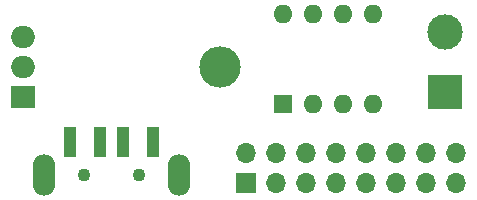
<source format=gbr>
%TF.GenerationSoftware,KiCad,Pcbnew,6.0.2*%
%TF.CreationDate,2022-03-12T22:23:20+01:00*%
%TF.ProjectId,batteryController,62617474-6572-4794-936f-6e74726f6c6c,rev?*%
%TF.SameCoordinates,Original*%
%TF.FileFunction,Soldermask,Top*%
%TF.FilePolarity,Negative*%
%FSLAX46Y46*%
G04 Gerber Fmt 4.6, Leading zero omitted, Abs format (unit mm)*
G04 Created by KiCad (PCBNEW 6.0.2) date 2022-03-12 22:23:20*
%MOMM*%
%LPD*%
G01*
G04 APERTURE LIST*
%ADD10R,1.700000X1.700000*%
%ADD11O,1.700000X1.700000*%
%ADD12R,1.600000X1.600000*%
%ADD13O,1.600000X1.600000*%
%ADD14C,1.100000*%
%ADD15R,1.100000X2.500000*%
%ADD16O,1.900000X3.500000*%
%ADD17R,3.000000X3.000000*%
%ADD18C,3.000000*%
%ADD19O,3.500000X3.500000*%
%ADD20R,2.000000X1.905000*%
%ADD21O,2.000000X1.905000*%
G04 APERTURE END LIST*
D10*
%TO.C,J1*%
X195125000Y-115845000D03*
D11*
X195125000Y-113305000D03*
X197665000Y-115845000D03*
X197665000Y-113305000D03*
X200205000Y-115845000D03*
X200205000Y-113305000D03*
X202745000Y-115845000D03*
X202745000Y-113305000D03*
X205285000Y-115845000D03*
X205285000Y-113305000D03*
X207825000Y-115845000D03*
X207825000Y-113305000D03*
X210365000Y-115845000D03*
X210365000Y-113305000D03*
X212905000Y-115845000D03*
X212905000Y-113305000D03*
%TD*%
D12*
%TO.C,U1*%
X198247000Y-109093000D03*
D13*
X200787000Y-109093000D03*
X203327000Y-109093000D03*
X205867000Y-109093000D03*
X205867000Y-101473000D03*
X203327000Y-101473000D03*
X200787000Y-101473000D03*
X198247000Y-101473000D03*
%TD*%
D14*
%TO.C,J3*%
X186050000Y-115100000D03*
X181450000Y-115100000D03*
D15*
X187250000Y-112350000D03*
X184750000Y-112350000D03*
X182750000Y-112350000D03*
X180250000Y-112350000D03*
D16*
X189450000Y-115100000D03*
X178050000Y-115100000D03*
%TD*%
D17*
%TO.C,J2*%
X212000000Y-108080000D03*
D18*
X212000000Y-103000000D03*
%TD*%
D19*
%TO.C,U2*%
X192930000Y-105960000D03*
D20*
X176270000Y-108500000D03*
D21*
X176270000Y-105960000D03*
X176270000Y-103420000D03*
%TD*%
M02*

</source>
